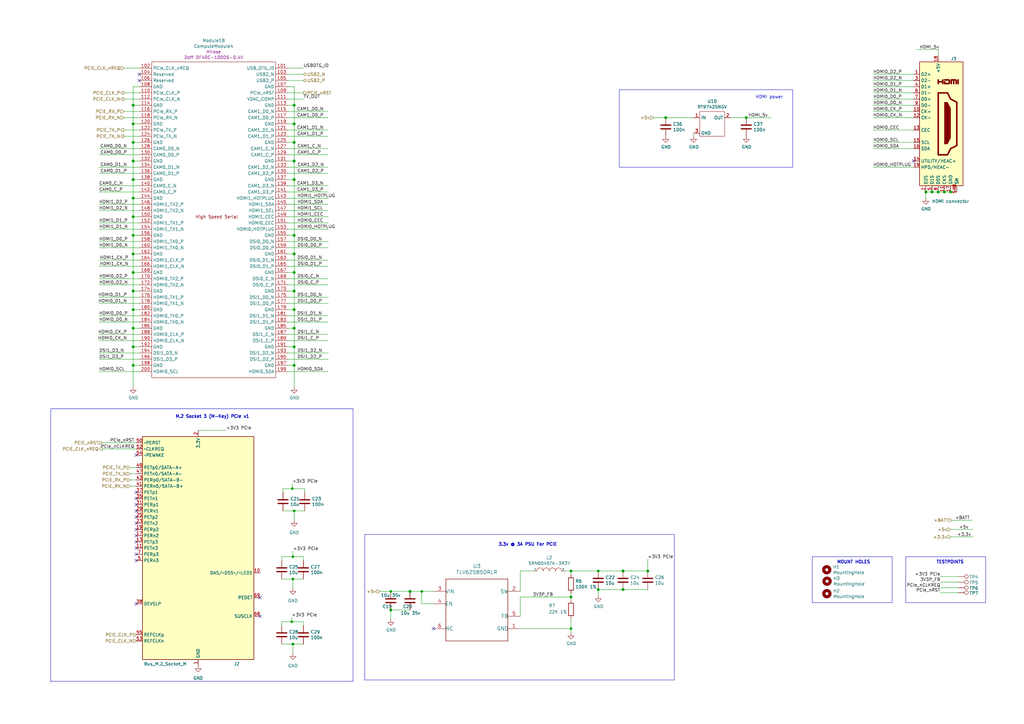
<source format=kicad_sch>
(kicad_sch (version 20230121) (generator eeschema)
  (paper "A3")
  (junction (at 387.35 78.74) (diameter 1.016))
  (junction (at 54.61 96.52) (diameter 1.016))
  (junction (at 120.65 127) (diameter 1.016))
  (junction (at 339.598 -135.89) (diameter 1.016))
  (junction (at 355.6 -83.82) (diameter 1.016))
  (junction (at 120.65 104.14) (diameter 1.016))
  (junction (at 119.888 200.406) (diameter 0.9144))
  (junction (at 234.188 257.81) (diameter 0.9144))
  (junction (at 54.61 142.24) (diameter 1.016))
  (junction (at 54.61 127) (diameter 1.016))
  (junction (at 255.524 241.808) (diameter 1.016))
  (junction (at 234.188 244.856) (diameter 0.9144))
  (junction (at 245.364 234.188) (diameter 0.9144))
  (junction (at 54.61 81.28) (diameter 1.016))
  (junction (at 373.38 -71.12) (diameter 1.016))
  (junction (at 120.142 264.16) (diameter 0.9144))
  (junction (at 355.6 -71.12) (diameter 1.016))
  (junction (at 119.634 255.016) (diameter 0.9144))
  (junction (at 54.61 73.66) (diameter 1.016))
  (junction (at 120.65 66.04) (diameter 1.016))
  (junction (at 382.27 78.74) (diameter 1.016))
  (junction (at 330.2 -83.82) (diameter 1.016))
  (junction (at 54.61 134.62) (diameter 1.016))
  (junction (at 54.61 58.42) (diameter 1.016))
  (junction (at 54.61 88.9) (diameter 1.016))
  (junction (at 245.364 241.808) (diameter 1.016))
  (junction (at 120.65 142.24) (diameter 1.016))
  (junction (at 54.61 111.76) (diameter 1.016))
  (junction (at 120.142 237.49) (diameter 0.9144))
  (junction (at 273.05 48.26) (diameter 1.016))
  (junction (at 120.65 111.76) (diameter 1.016))
  (junction (at 120.65 58.42) (diameter 1.016))
  (junction (at 234.188 234.188) (diameter 0.9144))
  (junction (at 54.61 119.38) (diameter 1.016))
  (junction (at 255.524 234.188) (diameter 1.016))
  (junction (at 120.65 43.18) (diameter 1.016))
  (junction (at 384.81 78.74) (diameter 1.016))
  (junction (at 120.65 209.55) (diameter 0.9144))
  (junction (at 389.89 78.74) (diameter 1.016))
  (junction (at 120.65 134.62) (diameter 1.016))
  (junction (at 120.65 96.52) (diameter 1.016))
  (junction (at 160.274 250.19) (diameter 1.016))
  (junction (at 265.684 234.188) (diameter 1.016))
  (junction (at 373.38 -83.82) (diameter 1.016))
  (junction (at 168.148 242.57) (diameter 1.016))
  (junction (at 54.61 66.04) (diameter 1.016))
  (junction (at 120.65 119.38) (diameter 1.016))
  (junction (at 54.61 50.8) (diameter 1.016))
  (junction (at 160.274 242.57) (diameter 0.9144))
  (junction (at 120.142 228.346) (diameter 0.9144))
  (junction (at 172.974 242.57) (diameter 0.9144))
  (junction (at 54.61 43.18) (diameter 1.016))
  (junction (at 120.65 149.86) (diameter 1.016))
  (junction (at 54.61 149.86) (diameter 1.016))
  (junction (at 120.65 73.66) (diameter 1.016))
  (junction (at 54.61 104.14) (diameter 1.016))
  (junction (at 379.73 78.74) (diameter 1.016))
  (junction (at 306.07 48.26) (diameter 1.016))
  (junction (at 120.65 50.8) (diameter 1.016))
  (no_connect (at 55.88 186.69))
  (no_connect (at 55.88 201.93))
  (no_connect (at 55.88 209.55))
  (no_connect (at 55.88 212.09))
  (no_connect (at 57.15 30.48))
  (no_connect (at 55.88 204.47))
  (no_connect (at 55.88 214.63))
  (no_connect (at 177.8 257.81))
  (no_connect (at 57.15 33.02))
  (no_connect (at 55.88 219.71))
  (no_connect (at 106.68 252.73))
  (no_connect (at 55.88 217.17))
  (no_connect (at 55.88 222.25))
  (no_connect (at 55.88 227.33))
  (no_connect (at 55.88 224.79))
  (no_connect (at 55.88 229.87))
  (no_connect (at 106.68 245.11))
  (no_connect (at 55.88 247.65))
  (no_connect (at 55.88 207.01))
  (no_connect (at 374.65 66.04))
  (wire (pts (xy 273.05 48.26) (xy 284.48 48.26)))
  (wire (pts (xy 50.8 38.1) (xy 57.15 38.1)))
  (wire (pts (xy 118.11 119.38) (xy 120.65 119.38)))
  (wire (pts (xy 118.11 86.36) (xy 134.62 86.36)))
  (wire (pts (xy 213.36 234.188) (xy 218.948 234.188)))
  (wire (pts (xy 234.188 234.188) (xy 234.188 235.712)))
  (polyline (pts (xy 404.241 228.346) (xy 404.241 247.142)) (stroke (width 0.1524) (type solid)))
  (polyline (pts (xy 404.241 247.142) (xy 371.475 247.142)) (stroke (width 0.1524) (type solid)))
  (wire (pts (xy 118.11 149.86) (xy 120.65 149.86)))
  (wire (pts (xy 355.6 -83.82) (xy 355.6 -82.55)))
  (wire (pts (xy 54.61 119.38) (xy 54.61 127)))
  (polyline (pts (xy 276.606 278.892) (xy 149.606 278.892)) (stroke (width 0) (type solid)))
  (wire (pts (xy 358.14 48.26) (xy 374.65 48.26)))
  (wire (pts (xy 118.11 71.12) (xy 134.62 71.12)))
  (wire (pts (xy 284.48 54.61) (xy 284.48 55.88)))
  (wire (pts (xy 118.11 111.76) (xy 120.65 111.76)))
  (wire (pts (xy 40.64 91.44) (xy 57.15 91.44)))
  (wire (pts (xy 115.57 256.54) (xy 115.57 255.016)))
  (wire (pts (xy 54.61 88.9) (xy 54.61 96.52)))
  (wire (pts (xy 120.65 73.66) (xy 120.65 96.52)))
  (wire (pts (xy 385.699 236.474) (xy 393.065 236.474)))
  (wire (pts (xy 134.62 99.06) (xy 118.11 99.06)))
  (wire (pts (xy 134.62 48.26) (xy 118.11 48.26)))
  (wire (pts (xy 120.65 43.18) (xy 120.65 35.56)))
  (wire (pts (xy 120.65 96.52) (xy 120.65 104.14)))
  (wire (pts (xy 368.3 -71.12) (xy 373.38 -71.12)))
  (wire (pts (xy 120.65 209.55) (xy 120.65 213.36)))
  (wire (pts (xy 50.8 27.94) (xy 57.15 27.94)))
  (wire (pts (xy 379.73 78.74) (xy 379.73 81.28)))
  (wire (pts (xy 57.15 48.26) (xy 50.8 48.26)))
  (wire (pts (xy 120.65 58.42) (xy 120.65 50.8)))
  (wire (pts (xy 57.15 109.22) (xy 40.64 109.22)))
  (wire (pts (xy 118.11 109.22) (xy 134.62 109.22)))
  (wire (pts (xy 245.364 241.808) (xy 245.364 244.348)))
  (polyline (pts (xy 20.828 167.64) (xy 144.78 167.64)) (stroke (width 0.1524) (type solid)))
  (wire (pts (xy 120.65 35.56) (xy 118.11 35.56)))
  (wire (pts (xy 118.11 83.82) (xy 134.62 83.82)))
  (wire (pts (xy 213.36 244.856) (xy 234.188 244.856)))
  (wire (pts (xy 118.11 43.18) (xy 120.65 43.18)))
  (wire (pts (xy 118.11 60.96) (xy 134.62 60.96)))
  (wire (pts (xy 119.888 200.406) (xy 124.968 200.406)))
  (wire (pts (xy 120.65 142.24) (xy 120.65 149.86)))
  (wire (pts (xy 339.598 -135.89) (xy 373.38 -135.89)))
  (wire (pts (xy 54.61 104.14) (xy 57.15 104.14)))
  (wire (pts (xy 57.15 60.96) (xy 40.64 60.96)))
  (wire (pts (xy 393.7 -71.12) (xy 412.75 -71.12)))
  (wire (pts (xy 118.11 116.84) (xy 134.62 116.84)))
  (wire (pts (xy 120.65 119.38) (xy 120.65 127)))
  (wire (pts (xy 231.648 234.188) (xy 234.188 234.188)))
  (wire (pts (xy 339.598 -135.89) (xy 339.598 -134.5946)))
  (wire (pts (xy 358.14 30.48) (xy 374.65 30.48)))
  (wire (pts (xy 40.64 144.78) (xy 57.15 144.78)))
  (wire (pts (xy 54.61 66.04) (xy 57.15 66.04)))
  (wire (pts (xy 160.274 250.19) (xy 168.148 250.19)))
  (wire (pts (xy 358.14 60.96) (xy 374.65 60.96)))
  (wire (pts (xy 234.188 253.746) (xy 234.188 257.81)))
  (wire (pts (xy 118.11 38.1) (xy 124.46 38.1)))
  (wire (pts (xy 115.57 228.346) (xy 120.142 228.346)))
  (wire (pts (xy 213.36 257.81) (xy 234.188 257.81)))
  (wire (pts (xy 118.11 68.58) (xy 134.62 68.58)))
  (wire (pts (xy 54.61 127) (xy 57.15 127)))
  (wire (pts (xy 134.62 45.72) (xy 118.11 45.72)))
  (wire (pts (xy 391.16 -130.81) (xy 383.54 -130.81)))
  (wire (pts (xy 40.64 99.06) (xy 57.15 99.06)))
  (wire (pts (xy 57.15 71.12) (xy 40.64 71.12)))
  (wire (pts (xy 40.64 147.32) (xy 57.15 147.32)))
  (wire (pts (xy 373.38 -71.12) (xy 373.38 -74.93)))
  (wire (pts (xy 54.61 73.66) (xy 57.15 73.66)))
  (wire (pts (xy 134.62 55.88) (xy 118.11 55.88)))
  (polyline (pts (xy 365.887 228.346) (xy 333.121 228.346)) (stroke (width 0) (type solid)))
  (wire (pts (xy 330.2 -82.55) (xy 330.2 -83.82)))
  (wire (pts (xy 213.36 242.57) (xy 213.36 234.188)))
  (wire (pts (xy 118.11 96.52) (xy 120.65 96.52)))
  (wire (pts (xy 118.11 50.8) (xy 120.65 50.8)))
  (wire (pts (xy 120.65 111.76) (xy 120.65 119.38)))
  (wire (pts (xy 40.64 101.6) (xy 57.15 101.6)))
  (wire (pts (xy 389.89 217.17) (xy 399.034 217.17)))
  (wire (pts (xy 234.188 234.188) (xy 245.364 234.188)))
  (wire (pts (xy 54.61 127) (xy 54.61 134.62)))
  (wire (pts (xy 358.14 45.72) (xy 374.65 45.72)))
  (wire (pts (xy 118.11 63.5) (xy 134.62 63.5)))
  (wire (pts (xy 134.62 78.74) (xy 118.11 78.74)))
  (polyline (pts (xy 365.887 228.346) (xy 365.887 247.142)) (stroke (width 0.1524) (type solid)))
  (wire (pts (xy 172.974 247.65) (xy 172.974 242.57)))
  (wire (pts (xy 54.61 43.18) (xy 57.15 43.18)))
  (wire (pts (xy 379.73 78.74) (xy 382.27 78.74)))
  (wire (pts (xy 382.27 78.74) (xy 384.81 78.74)))
  (wire (pts (xy 118.11 139.7) (xy 134.62 139.7)))
  (wire (pts (xy 115.57 264.16) (xy 120.142 264.16)))
  (wire (pts (xy 120.65 209.55) (xy 124.968 209.55)))
  (wire (pts (xy 118.11 152.4) (xy 134.62 152.4)))
  (wire (pts (xy 54.61 50.8) (xy 54.61 58.42)))
  (wire (pts (xy 116.078 200.406) (xy 119.888 200.406)))
  (wire (pts (xy 54.61 66.04) (xy 54.61 73.66)))
  (wire (pts (xy 119.888 198.374) (xy 119.888 200.406)))
  (wire (pts (xy 50.8 55.88) (xy 57.15 55.88)))
  (wire (pts (xy 134.62 129.54) (xy 118.11 129.54)))
  (wire (pts (xy 120.65 50.8) (xy 120.65 43.18)))
  (wire (pts (xy 373.38 -71.12) (xy 379.73 -71.12)))
  (wire (pts (xy 255.524 241.808) (xy 245.364 241.808)))
  (wire (pts (xy 54.61 88.9) (xy 57.15 88.9)))
  (wire (pts (xy 385.699 241.046) (xy 393.065 241.046)))
  (wire (pts (xy 120.142 264.16) (xy 124.46 264.16)))
  (wire (pts (xy 383.54 -120.65) (xy 400.05 -120.65)))
  (wire (pts (xy 134.62 121.92) (xy 118.11 121.92)))
  (wire (pts (xy 355.6 -71.12) (xy 355.6 -74.93)))
  (wire (pts (xy 54.61 111.76) (xy 54.61 119.38)))
  (polyline (pts (xy 311.15 -34.29) (xy 434.34 -34.29)) (stroke (width 0) (type dash)))
  (wire (pts (xy 358.14 53.34) (xy 374.65 53.34)))
  (wire (pts (xy 384.81 78.74) (xy 387.35 78.74)))
  (wire (pts (xy 41.91 181.61) (xy 55.88 181.61)))
  (wire (pts (xy 321.31 -83.82) (xy 330.2 -83.82)))
  (wire (pts (xy 245.364 234.188) (xy 255.524 234.188)))
  (polyline (pts (xy 311.15 -142.24) (xy 311.15 -34.29)) (stroke (width 0) (type dash)))
  (wire (pts (xy 134.62 124.46) (xy 118.11 124.46)))
  (wire (pts (xy 50.8 53.34) (xy 57.15 53.34)))
  (wire (pts (xy 385.699 238.76) (xy 393.065 238.76)))
  (wire (pts (xy 120.142 264.16) (xy 120.142 267.97)))
  (wire (pts (xy 57.15 142.24) (xy 54.61 142.24)))
  (wire (pts (xy 120.142 237.49) (xy 120.142 241.3)))
  (wire (pts (xy 389.89 220.218) (xy 399.034 220.218)))
  (wire (pts (xy 54.61 96.52) (xy 54.61 104.14)))
  (wire (pts (xy 40.64 86.36) (xy 57.15 86.36)))
  (wire (pts (xy 349.758 -130.81) (xy 349.758 -128.778)))
  (wire (pts (xy 267.97 48.26) (xy 273.05 48.26)))
  (wire (pts (xy 115.57 255.016) (xy 119.634 255.016)))
  (wire (pts (xy 57.15 137.16) (xy 40.64 137.16)))
  (wire (pts (xy 124.46 27.94) (xy 118.11 27.94)))
  (wire (pts (xy 54.61 134.62) (xy 57.15 134.62)))
  (wire (pts (xy 160.274 242.57) (xy 168.148 242.57)))
  (wire (pts (xy 373.38 -115.57) (xy 373.38 -107.95)))
  (wire (pts (xy 265.684 241.808) (xy 255.524 241.808)))
  (polyline (pts (xy 144.78 279.4) (xy 144.78 167.64)) (stroke (width 0.1524) (type solid)))
  (wire (pts (xy 54.61 35.56) (xy 54.61 43.18)))
  (wire (pts (xy 54.61 81.28) (xy 57.15 81.28)))
  (wire (pts (xy 57.15 63.5) (xy 40.64 63.5)))
  (wire (pts (xy 155.702 242.57) (xy 160.274 242.57)))
  (wire (pts (xy 330.2 -83.82) (xy 355.6 -83.82)))
  (wire (pts (xy 118.11 73.66) (xy 120.65 73.66)))
  (wire (pts (xy 40.64 83.82) (xy 57.15 83.82)))
  (wire (pts (xy 373.38 -83.82) (xy 387.35 -83.82)))
  (wire (pts (xy 337.82 -71.12) (xy 355.6 -71.12)))
  (wire (pts (xy 299.72 48.26) (xy 306.07 48.26)))
  (wire (pts (xy 118.11 93.98) (xy 134.62 93.98)))
  (polyline (pts (xy 276.606 219.202) (xy 276.606 278.892)) (stroke (width 0) (type solid)))
  (wire (pts (xy 118.11 144.78) (xy 134.62 144.78)))
  (wire (pts (xy 57.15 139.7) (xy 40.64 139.7)))
  (polyline (pts (xy 149.606 219.202) (xy 276.606 219.202)) (stroke (width 0) (type solid)))
  (wire (pts (xy 118.11 106.68) (xy 134.62 106.68)))
  (wire (pts (xy 57.15 45.72) (xy 50.8 45.72)))
  (wire (pts (xy 40.64 78.74) (xy 57.15 78.74)))
  (wire (pts (xy 355.6 -83.82) (xy 373.38 -83.82)))
  (polyline (pts (xy 20.828 167.894) (xy 20.828 279.654)) (stroke (width 0.1524) (type solid)))
  (wire (pts (xy 40.64 132.08) (xy 57.15 132.08)))
  (wire (pts (xy 363.22 -120.65) (xy 349.758 -120.65)))
  (wire (pts (xy 118.11 81.28) (xy 134.62 81.28)))
  (wire (pts (xy 234.188 243.332) (xy 234.188 244.856)))
  (wire (pts (xy 81.28 176.53) (xy 92.71 176.53)))
  (wire (pts (xy 358.14 68.58) (xy 374.65 68.58)))
  (wire (pts (xy 54.61 50.8) (xy 57.15 50.8)))
  (wire (pts (xy 50.8 40.64) (xy 57.15 40.64)))
  (wire (pts (xy 40.64 129.54) (xy 57.15 129.54)))
  (wire (pts (xy 255.524 234.188) (xy 265.684 234.188)))
  (wire (pts (xy 54.61 73.66) (xy 54.61 81.28)))
  (wire (pts (xy 53.34 194.31) (xy 55.88 194.31)))
  (wire (pts (xy 172.974 242.57) (xy 177.8 242.57)))
  (wire (pts (xy 120.142 226.06) (xy 120.142 228.346)))
  (wire (pts (xy 53.34 191.77) (xy 55.88 191.77)))
  (wire (pts (xy 118.11 88.9) (xy 134.62 88.9)))
  (wire (pts (xy 349.758 -120.65) (xy 349.758 -123.698)))
  (wire (pts (xy 358.14 58.42) (xy 374.65 58.42)))
  (wire (pts (xy 134.62 76.2) (xy 118.11 76.2)))
  (wire (pts (xy 120.65 127) (xy 120.65 134.62)))
  (wire (pts (xy 387.35 -83.82) (xy 387.35 -73.66)))
  (wire (pts (xy 118.11 142.24) (xy 120.65 142.24)))
  (wire (pts (xy 124.46 228.346) (xy 124.46 229.87)))
  (wire (pts (xy 124.46 255.016) (xy 124.46 256.54)))
  (wire (pts (xy 120.65 104.14) (xy 120.65 111.76)))
  (wire (pts (xy 358.14 35.56) (xy 374.65 35.56)))
  (wire (pts (xy 134.62 132.08) (xy 118.11 132.08)))
  (wire (pts (xy 40.64 152.4) (xy 57.15 152.4)))
  (wire (pts (xy 54.61 43.18) (xy 54.61 50.8)))
  (wire (pts (xy 119.634 253.238) (xy 119.634 255.016)))
  (wire (pts (xy 118.11 147.32) (xy 134.62 147.32)))
  (wire (pts (xy 118.11 66.04) (xy 120.65 66.04)))
  (wire (pts (xy 134.62 53.34) (xy 118.11 53.34)))
  (wire (pts (xy 54.61 104.14) (xy 54.61 111.76)))
  (wire (pts (xy 387.35 78.74) (xy 389.89 78.74)))
  (wire (pts (xy 118.11 58.42) (xy 120.65 58.42)))
  (wire (pts (xy 118.11 134.62) (xy 120.65 134.62)))
  (wire (pts (xy 118.11 114.3) (xy 134.62 114.3)))
  (wire (pts (xy 53.34 199.39) (xy 55.88 199.39)))
  (wire (pts (xy 40.64 76.2) (xy 57.15 76.2)))
  (wire (pts (xy 118.11 104.14) (xy 120.65 104.14)))
  (wire (pts (xy 54.61 58.42) (xy 57.15 58.42)))
  (wire (pts (xy 124.968 200.406) (xy 124.968 201.93)))
  (wire (pts (xy 116.078 209.55) (xy 120.65 209.55)))
  (wire (pts (xy 358.14 38.1) (xy 374.65 38.1)))
  (wire (pts (xy 134.62 101.6) (xy 118.11 101.6)))
  (wire (pts (xy 375.92 20.32) (xy 384.81 20.32)))
  (wire (pts (xy 355.6 -71.12) (xy 360.68 -71.12)))
  (wire (pts (xy 54.61 111.76) (xy 57.15 111.76)))
  (wire (pts (xy 389.89 78.74) (xy 392.43 78.74)))
  (wire (pts (xy 54.61 119.38) (xy 57.15 119.38)))
  (wire (pts (xy 54.61 149.86) (xy 54.61 158.75)))
  (wire (pts (xy 41.91 184.15) (xy 55.88 184.15)))
  (wire (pts (xy 213.36 252.73) (xy 213.36 244.856)))
  (polyline (pts (xy 333.121 247.142) (xy 333.121 228.346)) (stroke (width 0.1524) (type solid)))
  (wire (pts (xy 118.11 40.64) (xy 124.46 40.64)))
  (wire (pts (xy 358.14 40.64) (xy 374.65 40.64)))
  (wire (pts (xy 40.64 93.98) (xy 57.15 93.98)))
  (wire (pts (xy 57.15 121.92) (xy 40.64 121.92)))
  (wire (pts (xy 177.8 247.65) (xy 172.974 247.65)))
  (wire (pts (xy 115.57 229.87) (xy 115.57 228.346)))
  (wire (pts (xy 118.11 30.48) (xy 124.46 30.48)))
  (wire (pts (xy 335.28 -135.89) (xy 339.598 -135.89)))
  (polyline (pts (xy 365.887 247.142) (xy 333.121 247.142)) (stroke (width 0.1524) (type solid)))
  (wire (pts (xy 40.64 114.3) (xy 57.15 114.3)))
  (wire (pts (xy 119.634 255.016) (xy 124.46 255.016)))
  (wire (pts (xy 160.274 250.19) (xy 160.274 254)))
  (wire (pts (xy 57.15 35.56) (xy 54.61 35.56)))
  (wire (pts (xy 118.11 127) (xy 120.65 127)))
  (wire (pts (xy 57.15 106.68) (xy 40.64 106.68)))
  (wire (pts (xy 54.61 134.62) (xy 54.61 142.24)))
  (wire (pts (xy 118.11 33.02) (xy 124.46 33.02)))
  (polyline (pts (xy 434.34 -142.24) (xy 311.15 -142.24)) (stroke (width 0) (type dash)))
  (wire (pts (xy 57.15 68.58) (xy 40.64 68.58)))
  (wire (pts (xy 54.61 96.52) (xy 57.15 96.52)))
  (wire (pts (xy 387.35 -68.58) (xy 387.35 -62.23)))
  (polyline (pts (xy 149.606 219.202) (xy 149.606 278.892)) (stroke (width 0) (type solid)))
  (wire (pts (xy 40.64 116.84) (xy 57.15 116.84)))
  (polyline (pts (xy 371.475 247.142) (xy 371.475 228.346)) (stroke (width 0.1524) (type solid)))
  (wire (pts (xy 390.398 213.36) (xy 398.78 213.36)))
  (wire (pts (xy 54.61 58.42) (xy 54.61 66.04)))
  (wire (pts (xy 120.65 134.62) (xy 120.65 142.24)))
  (wire (pts (xy 54.61 81.28) (xy 54.61 88.9)))
  (wire (pts (xy 54.61 142.24) (xy 54.61 149.86)))
  (wire (pts (xy 115.57 237.49) (xy 120.142 237.49)))
  (wire (pts (xy 120.142 237.49) (xy 124.46 237.49)))
  (wire (pts (xy 120.65 66.04) (xy 120.65 58.42)))
  (wire (pts (xy 120.65 149.86) (xy 120.65 158.75)))
  (polyline (pts (xy 434.34 -34.29) (xy 434.34 -142.24)) (stroke (width 0) (type dash)))
  (wire (pts (xy 120.142 228.346) (xy 124.46 228.346)))
  (wire (pts (xy 349.758 -130.81) (xy 363.22 -130.81)))
  (wire (pts (xy 373.38 -83.82) (xy 373.38 -82.55)))
  (wire (pts (xy 57.15 124.46) (xy 40.64 124.46)))
  (wire (pts (xy 234.188 244.856) (xy 234.188 246.126)))
  (wire (pts (xy 53.34 196.85) (xy 55.88 196.85)))
  (wire (pts (xy 384.81 20.32) (xy 384.81 22.86)))
  (polyline (pts (xy 20.828 279.4) (xy 144.78 279.4)) (stroke (width 0.1524) (type solid)))
  (polyline (pts (xy 404.241 228.346) (xy 371.475 228.346)) (stroke (width 0) (type solid)))
  (wire (pts (xy 118.11 91.44) (xy 134.62 91.44)))
  (wire (pts (xy 118.11 137.16) (xy 134.62 137.16)))
  (wire (pts (xy 358.14 33.02) (xy 374.65 33.02)))
  (wire (pts (xy 306.07 48.26) (xy 316.23 48.26)))
  (wire (pts (xy 116.078 201.93) (xy 116.078 200.406)))
  (wire (pts (xy 265.684 234.188) (xy 265.684 229.362)))
  (wire (pts (xy 385.699 243.078) (xy 393.065 243.078)))
  (wire (pts (xy 391.16 -128.27) (xy 383.54 -128.27)))
  (wire (pts (xy 168.148 242.57) (xy 172.974 242.57)))
  (wire (pts (xy 57.15 149.86) (xy 54.61 149.86)))
  (wire (pts (xy 234.188 257.81) (xy 234.188 259.588)))
  (wire (pts (xy 358.14 43.18) (xy 374.65 43.18)))
  (wire (pts (xy 120.65 73.66) (xy 120.65 66.04)))
  (rectangle (start 254 36.83) (end 325.12 68.58))
  (text "TESTPOINTS" (at 395.351 231.394 0) (effects (font (size 1.27 1.27) (thickness 0.254) bold) (justify right bottom)))
  (text "HDMI power" (at 309.88 40.64 0) (effects (font (size 1.27 1.27)) (justify left bottom)))
  (text "MOUNT HOLES" (at 356.997 231.394 0) (effects (font (size 1.27 1.27) (thickness 0.254) bold) (justify right bottom)))
  (text "The above circuit generates a pulse for\nGLOBAL_EN when nRTC_INT goes low" (at 330.2 -48.26 0) (effects (font (size 2.0066 2.0066)) (justify left bottom)))
  (text "3.3v @ 3A PSU For PCIE\n\n" (at 204.343 226.187 0) (effects (font (size 1.27 1.27) (thickness 0.254) bold) (justify left bottom)))
  (text "M.2 Socket 3 (M-Key) PCIe x1" (at 71.882 171.704 0) (effects (font (size 1.27 1.27) (thickness 0.254) bold) (justify left bottom)))
  (text "IIC address : 1010_001x" (at 380.9238 -110.5662 0) (effects (font (size 1.27 1.27)) (justify left bottom)))
  (text "GLOBAL_EN needs to be pulse low for >1mS" (at 332.74 -43.18 0) (effects (font (size 1.27 1.27)) (justify left bottom)))
  (text "RTC and RTC wakeup" (at 400.05 -137.16 0) (effects (font (size 2.0066 2.0066)) (justify left bottom)))
  (text "RTC alarms can be used to wake up the Compute module\nNB an Alarm triggering while already awake will cause a reset \nThis can be used as a watchdog reset " (at 327.66 -93.98 0) (effects (font (size 2.0066 2.0066)) (justify left bottom)))
  (label "HDMI0_SDA" (at 358.14 60.96 0))
  (label "HDMI1_D2_N" (at 40.64 86.36 0))
  (label "CAM0_D1_N" (at 52.07 68.58 180))
  (label "HDMI0_CEC" (at 358.14 53.34 0))
  (label "HDMI1_D2_P" (at 40.64 83.82 0))
  (label "HDMI0_CK_N" (at 358.14 48.26 0))
  (label "TV_OUT" (at 124.46 40.64 0))
  (label "+3V3 PCIe" (at 92.71 176.53 0))
  (label "HDMI0_CK_P" (at 358.14 45.72 0))
  (label "PCIe_nRST" (at 385.699 243.078 180))
  (label "+BATT" (at 397.764 213.36 180))
  (label "HDMI0_D2_P" (at 358.14 30.48 0))
  (label "HDMI0_SCL" (at 358.14 58.42 0))
  (label "HDMI1_CK_P" (at 52.705 106.68 180))
  (label "HDMI0_D0_N" (at 40.64 132.08 0))
  (label "CAM0_C_N" (at 40.64 76.2 0))
  (label "DSI1_D3_N" (at 40.64 144.78 0))
  (label "DSI0_C_P" (at 121.92 116.84 0))
  (label "CAM0_C_P" (at 40.64 78.74 0))
  (label "HDMI0_D2_N" (at 358.14 33.02 0))
  (label "+3V3 PCIe" (at 265.684 229.362 0))
  (label "PCIe_nCLKREQ" (at 55.118 184.15 180))
  (label "HDMI0_CEC" (at 121.92 91.44 0))
  (label "CAM1_D3_N" (at 132.715 76.2 180))
  (label "CAM1_D0_N" (at 132.715 45.72 180))
  (label "HDMI0_CK_N" (at 52.07 139.7 180))
  (label "+3V3 PCIe" (at 120.142 226.06 0))
  (label "HDMI0_D0_N" (at 358.14 43.18 0))
  (label "+5v" (at 397.256 217.17 180))
  (label "HDMI0_D1_P" (at 52.07 121.92 180))
  (label "CAM1_D0_P" (at 132.715 48.26 180))
  (label "3V3P_FB" (at 385.699 238.76 180))
  (label "CAM0_D1_P" (at 52.07 71.12 180))
  (label "CAM1_D2_P" (at 121.92 71.12 0))
  (label "+3V3 PCIe" (at 385.699 236.474 180))
  (label "HDMI0_SDA" (at 121.92 152.4 0))
  (label "DSI1_D1_P" (at 132.08 132.08 180))
  (label "HDMI_5v" (at 314.96 48.26 180))
  (label "HDMI0_D0_P" (at 40.64 129.54 0))
  (label "DSI0_D1_N" (at 121.92 106.68 0))
  (label "HDMI1_SDA" (at 121.92 83.82 0))
  (label "SCL" (at 388.62 -130.81 180))
  (label "HDMI1_CK_N" (at 52.705 109.22 180))
  (label "CAM1_D2_N" (at 121.92 68.58 0))
  (label "SDA" (at 388.62 -128.27 180))
  (label "HDMI1_SCL" (at 121.92 86.36 0))
  (label "DSI1_D1_N" (at 132.08 129.54 180))
  (label "nRTC_INT" (at 340.36 -71.12 0) (effects (font (size 2.0066 2.0066))))
  (label "HDMI1_D1_P" (at 40.64 91.44 0))
  (label "HDMI1_HOTPLUG" (at 121.92 81.28 0))
  (label "HDMI1_CEC" (at 121.92 88.9 0))
  (label "DSI1_C_P" (at 121.92 139.7 0))
  (label "HDMI0_SCL" (at 40.64 152.4 0))
  (label "HDMI0_HOTPLUG" (at 358.14 68.58 0))
  (label "DSI1_D2_N" (at 121.92 144.78 0))
  (label "HDMI1_D0_P" (at 40.64 99.06 0))
  (label "CAM1_C_P" (at 121.92 63.5 0))
  (label "CAM0_D0_P" (at 52.07 63.5 180))
  (label "+3V3 PCIe" (at 119.888 198.374 0))
  (label "DSI1_D0_P" (at 132.08 124.46 180))
  (label "CAM1_D1_P" (at 132.715 55.88 180))
  (label "HDMI0_D1_P" (at 358.14 35.56 0))
  (label "HDMI_5v" (at 377.19 20.32 0))
  (label "PCIe_nCLKREQ" (at 385.699 241.046 180))
  (label "DSI0_C_N" (at 121.92 114.3 0))
  (label "+5v" (at 322.58 -83.82 0) (effects (font (size 2.0066 2.0066))))
  (label "+BATT" (at 336.296 -135.89 180))
  (label "USBOTG_ID" (at 124.46 27.94 0))
  (label "HDMI1_D0_N" (at 40.64 101.6 0))
  (label "HDMI0_D1_N" (at 358.14 38.1 0))
  (label "nRTC_INT" (at 386.08 -120.65 0))
  (label "HDMI0_D2_P" (at 40.64 114.3 0))
  (label "CAM1_C_N" (at 121.92 60.96 0))
  (label "3V3P_FB" (at 226.822 244.856 180))
  (label "+3V3 PCIe" (at 119.634 253.238 0))
  (label "DSI1_D3_P" (at 40.64 147.32 0))
  (label "DSI0_D0_P" (at 132.08 101.6 180))
  (label "+3.3v" (at 398.272 220.218 180))
  (label "DSI1_D2_P" (at 121.92 147.32 0))
  (label "CAM0_D0_N" (at 52.07 60.96 180))
  (label "HDMI0_HOTPLUG" (at 121.92 93.98 0))
  (label "HDMI1_D1_N" (at 40.64 93.98 0))
  (label "HDMI0_CK_P" (at 52.07 137.16 180))
  (label "CAM1_D1_N" (at 132.715 53.34 180))
  (label "HDMI0_D2_N" (at 40.64 116.84 0))
  (label "DSI1_D0_N" (at 132.08 121.92 180))
  (label "DSI0_D0_N" (at 132.08 99.06 180))
  (label "PCIe_nRST" (at 55.118 181.61 180))
  (label "HDMI0_D0_P" (at 358.14 40.64 0))
  (label "DSI1_C_N" (at 121.92 137.16 0))
  (label "DSI0_D1_P" (at 121.92 109.22 0))
  (label "HDMI0_D1_N" (at 52.07 124.46 180))
  (label "CAM1_D3_P" (at 132.715 78.74 180))
  (hierarchical_label "PCIE_CLK_P" (shape input) (at 55.88 260.35 180))
  (hierarchical_label "PCIE_CLK_nREQ" (shape input) (at 50.8 27.94 180))
  (hierarchical_label "+5v" (shape input) (at 389.89 217.17 180))
  (hierarchical_label "PCIE_CLK_nREQ" (shape output) (at 41.91 184.15 180))
  (hierarchical_label "PCIE_CLK_N" (shape output) (at 50.8 40.64 180))
  (hierarchical_label "PCIE_TX_N" (shape input) (at 53.34 194.31 180))
  (hierarchical_label "SDA0" (shape output) (at 391.16 -128.27 0))
  (hierarchical_label "+5v" (shape input) (at 155.702 242.57 180))
  (hierarchical_label "PCIE_CLK_P" (shape output) (at 50.8 38.1 180))
  (hierarchical_label "PCIE_RX_P" (shape input) (at 50.8 45.72 180))
  (hierarchical_label "PCIE_RX_P" (shape input) (at 53.34 196.85 180))
  (hierarchical_label "GLOBAL_EN" (shape output) (at 412.75 -71.12 0) (effects (font (size 2.0066 2.0066))))
  (hierarchical_label "PCIE_nRST" (shape input) (at 41.91 181.61 180))
  (hierarchical_label "PCIE_nRST" (shape output) (at 124.46 38.1 0))
  (hierarchical_label "+3.3v" (shape input) (at 389.89 220.218 180))
  (hierarchical_label "PCIE_RX_N" (shape input) (at 53.34 199.39 180))
  (hierarchical_label "PCIE_TX_P" (shape output) (at 50.8 53.34 180))
  (hierarchical_label "+BATT" (shape input) (at 390.398 213.36 180))
  (hierarchical_label "SCL0" (shape output) (at 391.16 -130.81 0))
  (hierarchical_label "PCIE_CLK_N" (shape input) (at 55.88 262.89 180))
  (hierarchical_label "PCIE_TX_N" (shape output) (at 50.8 55.88 180))
  (hierarchical_label "+5v" (shape input) (at 267.97 48.26 180))
  (hierarchical_label "USB2_P" (shape bidirectional) (at 124.46 33.02 0))
  (hierarchical_label "USB2_N" (shape bidirectional) (at 124.46 30.48 0))
  (hierarchical_label "PCIE_RX_N" (shape input) (at 50.8 48.26 180))
  (hierarchical_label "PCIE_TX_P" (shape input) (at 53.34 191.77 180))
  (symbol (lib_id "Device:C") (at 330.2 -78.74 0) (unit 1)
    (property "Reference" "C32" (at 333.121 -79.9084 0) (effects (justify left)))
    (property "Value" "100n" (at 333.121 -77.597 0) (effects (justify left)))
    (property "Footprint" "Capacitor_SMD:C_0402_1005Metric" (effects hide))
    (property "Datasheet" "https://search.murata.co.jp/Ceramy/image/img/A01X/G101/ENG/GRM155R71C104KA88-01.pdf" (effects hide))
    (property "Field4" "Farnell" (effects hide))
    (property "Field5" "2611911" (effects hide))
    (property "Field6" "RM EMK105 B7104KV-F" (effects hide))
    (property "Field7" "TAIYO YUDEN EUROPE GMBH" (effects hide))
    (property "Part Description" "	0.1uF 10% 16V Ceramic Capacitor X7R 0402 (1005 Metric)" (effects hide))
    (property "Field8" "110091611" (effects hide))
    (instances (project "srvant-mk2" (path "" (reference "C32") (unit 1))) (project "srvant" (path "" (reference "C116") (unit 1))))
  )
  (symbol (lib_id "CM4IO:RT9742SNGV") (at 289.56 52.07 0) (unit 1)
    (property "Reference" "U10" (at 292.1 41.529 0))
    (property "Value" "RT9742SNGV" (at 292.1 43.8404 0))
    (property "Footprint" "Package_TO_SOT_SMD:SOT-23" (effects hide))
    (property "Datasheet" "https://www.richtek.com/assets/product_file/RT9742/DS9742-09.pdf" (effects hide))
    (property "Field4" "Farnell" (effects hide))
    (property "Field5" "2575555" (effects hide))
    (property "Field6" "RT9742SNGV" (effects hide))
    (property "Field7" "RichTek" (effects hide))
    (property "Part Description" "Power Switch/Driver 1:1 N-Channel 500mA SOT-23-3" (effects hide))
    (property "Field8" "USWI00155" (effects hide))
    (instances (project "srvant-mk2" (path "" (reference "U10") (unit 1))) (project "CM4IOv5" (path "" (reference "U12") (unit 1))))
  )
  (symbol (lib_id "CM4IO:HDMI_A_1.4") (at 384.81 50.8 0) (unit 1)
    (property "Reference" "J3" (at 389.89 24.13 0) (effects (justify left)))
    (property "Value" "HDMI connector" (at 382.27 82.55 0) (effects (justify left)))
    (property "Footprint" "footprints:HDMI-10029449-001RLF" (effects hide))
    (property "Datasheet" "https://www.tme.eu/Document/f15dffbcfad8545e17826f72d36911c8/206A-SEAN-R03.pdf" (effects hide))
    (property "Part Description" "HDMI Connector, Right Angle, 19 Contacts, Receptacle, Surface Mount, Surface Mount Right Angle" (effects hide))
    (property "manf#" "10029449-001RLF" (effects hide))
    (property "farnell#" "2614936" (effects hide))
    (property "rs#" "771-0094" (effects hide))
    (instances (project "srvant-mk2" (path "" (reference "J3") (unit 1))) (project "srvant" (path "" (reference "J7") (unit 1))))
  )
  (symbol (lib_id "Device:R") (at 234.188 239.522 0) (unit 1)
    (property "Reference" "R6" (at 235.966 238.3536 0) (effects (justify left)))
    (property "Value" "100K 1%" (at 235.966 240.665 0) (effects (justify left)))
    (property "Footprint" "Resistor_SMD:R_0402_1005Metric" (effects hide))
    (property "Datasheet" "https://fscdn.rohm.com/en/products/databook/datasheet/passive/resistor/chip_resistor/mcr-e.pdf" (effects hide))
    (property "Field4" "Farnell" (effects hide))
    (property "Field5" "9239375" (effects hide))
    (property "Field6" "MCR01MZPF1502" (effects hide))
    (property "Field7" "Rohm" (effects hide))
    (property "Part Description" "Resistor 100K M1005 1% 63mW" (effects hide))
    (property "Field8" "120891581" (effects hide))
    (instances (project "srvant-mk2" (path "" (reference "R6") (unit 1))) (project "srvant" (path "" (reference "R53") (unit 1))))
  )
  (symbol (lib_id "power:GND") (at 160.274 254 0) (unit 1)
    (property "Reference" "#PWR09" (effects hide))
    (property "Value" "GND" (at 160.401 258.3942 0))
    (instances (project "srvant-mk2" (path "" (reference "#PWR09") (unit 1))) (project "srvant" (path "" (reference "#PWR0132") (unit 1))))
  )
  (symbol (lib_id "Device:C") (at 364.49 -71.12 270) (unit 1)
    (property "Reference" "C34" (at 365.76 -67.31 90) (effects (justify left)))
    (property "Value" "100n" (at 358.14 -67.31 90) (effects (justify left)))
    (property "Footprint" "Capacitor_SMD:C_0402_1005Metric" (effects hide))
    (property "Datasheet" "https://search.murata.co.jp/Ceramy/image/img/A01X/G101/ENG/GRM155R71C104KA88-01.pdf" (effects hide))
    (property "Field4" "Farnell" (effects hide))
    (property "Field5" "2611911" (effects hide))
    (property "Field6" "RM EMK105 B7104KV-F" (effects hide))
    (property "Field7" "TAIYO YUDEN EUROPE GMBH" (effects hide))
    (property "Part Description" "	0.1uF 10% 16V Ceramic Capacitor X7R 0402 (1005 Metric)" (effects hide))
    (property "Field8" "110091611" (effects hide))
    (instances (project "srvant-mk2" (path "" (reference "C34") (unit 1))) (project "srvant" (path "" (reference "C118") (unit 1))))
  )
  (symbol (lib_id "power:GND") (at 387.35 -62.23 0) (unit 1)
    (property "Reference" "#PWR025" (effects hide))
    (property "Value" "GND" (at 387.477 -57.8358 0))
    (instances (project "srvant-mk2" (path "" (reference "#PWR025") (unit 1))) (project "srvant" (path "" (reference "#PWR0180") (unit 1))))
  )
  (symbol (lib_id "TLV62585DRLR:TLV62585DRLR") (at 195.58 250.19 0) (unit 1)
    (property "Reference" "U3" (at 195.58 232.156 0) (effects (font (size 1.524 1.524))))
    (property "Value" "TLV62585DRLR" (at 195.58 234.696 0) (effects (font (size 1.524 1.524))))
    (property "Footprint" "TLV62585DRLR:DRL0006A" (effects hide))
    (property "Datasheet" "https://www.ti.com/lit/ds/symlink/tlv62585.pdf" (effects hide))
    (property "manf#" "TLV62585DRLR " (effects hide))
    (property "mouser#" " 595-TLV62585DRLR " (effects hide))
    (instances (project "srvant-mk2" (path "" (reference "U3") (unit 1))) (project "srvant" (path "" (reference "U18") (unit 1))))
  )
  (symbol (lib_id "Device:R") (at 355.6 -78.74 180) (unit 1)
    (property "Reference" "R9" (at 358.775 -77.47 0))
    (property "Value" "510K/1%" (at 361.315 -80.01 0))
    (property "Footprint" "Resistor_SMD:R_0402_1005Metric" (effects hide))
    (property "Datasheet" "https://fscdn.rohm.com/en/products/databook/datasheet/passive/resistor/chip_resistor/mcr-e.pdf" (effects hide))
    (property "Field4" "Farnell" (effects hide))
    (property "Field5" "1458807" (effects hide))
    (property "Field7" "Rohm" (effects hide))
    (property "Field6" "MCR01MZPF5103" (effects hide))
    (property "Part Description" "Resistor 510K M1005 1% 63mW" (effects hide))
    (instances (project "srvant-mk2" (path "" (reference "R9") (unit 1))) (project "srvant" (path "" (reference "R91") (unit 1))))
  )
  (symbol (lib_id "power:GND") (at 120.65 213.36 0) (unit 1)
    (property "Reference" "#PWR012" (effects hide))
    (property "Value" "GND" (at 120.65 218.44 0))
    (instances (project "srvant-mk2" (path "" (reference "#PWR012") (unit 1))) (project "srvant" (path "" (reference "#PWR0217") (unit 1))))
  )
  (symbol (lib_id "Connector:TestPoint") (at 393.065 243.078 270) (unit 1)
    (property "Reference" "TP7" (at 397.5862 243.2812 90) (effects (justify left)))
    (property "Value" "TestPoint" (effects hide))
    (property "Footprint" "TestPoint:TestPoint_Pad_2.0x2.0mm" (effects hide))
    (property "Field4" "nf" (effects hide))
    (property "Field5" "nf" (effects hide))
    (property "Field6" "nf" (effects hide))
    (property "Field7" "nf" (effects hide))
    (instances (project "srvant-mk2" (path "" (reference "TP7") (unit 1))) (project "srvant" (path "" (reference "TP10") (unit 1))))
  )
  (symbol (lib_id "power:GND") (at 54.61 158.75 0) (unit 1)
    (property "Reference" "#PWR020" (effects hide))
    (property "Value" "GND" (at 54.737 163.1442 0))
    (instances (project "srvant-mk2" (path "" (reference "#PWR020") (unit 1))) (project "srvant" (path "" (reference "#PWR0171") (unit 1))))
  )
  (symbol (lib_id "Connector:TestPoint") (at 393.065 238.76 270) (unit 1)
    (property "Reference" "TP5" (at 397.5862 238.9632 90) (effects (justify left)))
    (property "Value" "TestPoint" (effects hide))
    (property "Footprint" "TestPoint:TestPoint_Pad_2.0x2.0mm" (effects hide))
    (property "Field4" "nf" (effects hide))
    (property "Field5" "nf" (effects hide))
    (property "Field6" "nf" (effects hide))
    (property "Field7" "nf" (effects hide))
    (instances (project "srvant-mk2" (path "" (reference "TP5") (unit 1))) (project "srvant" (path "" (reference "TP8") (unit 1))))
  )
  (symbol (lib_id "power:GND") (at 273.05 55.88 0) (unit 1)
    (property "Reference" "#PWR033" (effects hide))
    (property "Value" "GND" (at 273.177 60.2742 0))
    (instances (project "srvant-mk2" (path "" (reference "#PWR033") (unit 1))) (project "CM4IOv5" (path "" (reference "#PWR0137") (unit 1))))
  )
  (symbol (lib_id "power:GND") (at 245.364 244.348 0) (unit 1)
    (property "Reference" "#PWR013" (effects hide))
    (property "Value" "GND" (at 245.491 248.7422 0))
    (instances (project "srvant-mk2" (path "" (reference "#PWR013") (unit 1))) (project "srvant" (path "" (reference "#PWR0183") (unit 1))))
  )
  (symbol (lib_id "Device:C") (at 115.57 233.68 0) (unit 1)
    (property "Reference" "C25" (at 118.491 232.5116 0) (effects (justify left)))
    (property "Value" "10u" (at 118.491 234.823 0) (effects (justify left)))
    (property "Footprint" "Capacitor_SMD:C_0805_2012Metric" (effects hide))
    (property "Datasheet" "https://search.murata.co.jp/Ceramy/image/img/A01X/G101/ENG/GRM21BR71A106KA73-01.pdf" (effects hide))
    (property "Field5" "490-14381-1-ND" (effects hide))
    (property "Field4" "Digikey" (effects hide))
    (property "Field6" "GRM21BR71A106KA73L" (effects hide))
    (property "Field7" "Murata" (effects hide))
    (property "Part Description" "	10uF 10% 10V Ceramic Capacitor X7R 0805 (2012 Metric)" (effects hide))
    (property "Field8" "111893011" (effects hide))
    (instances (project "srvant-mk2" (path "" (reference "C25") (unit 1))) (project "srvant" (path "" (reference "C135") (unit 1))))
  )
  (symbol (lib_id "Device:C") (at 273.05 52.07 0) (unit 1)
    (property "Reference" "C36" (at 275.971 50.9016 0) (effects (justify left)))
    (property "Value" "100n" (at 275.971 53.213 0) (effects (justify left)))
    (property "Footprint" "Capacitor_SMD:C_0402_1005Metric" (effects hide))
    (property "Datasheet" "https://search.murata.co.jp/Ceramy/image/img/A01X/G101/ENG/GRM155R71C104KA88-01.pdf" (effects hide))
    (property "Field4" "Farnell" (effects hide))
    (property "Field5" "2611911" (effects hide))
    (property "Field6" "RM EMK105 B7104KV-F" (effects hide))
    (property "Field7" "TAIYO YUDEN EUROPE GMBH" (effects hide))
    (property "Part Description" "	0.1uF 10% 16V Ceramic Capacitor X7R 0402 (1005 Metric)" (effects hide))
    (property "Field8" "110091611" (effects hide))
    (instances (project "srvant-mk2" (path "" (reference "C36") (unit 1))) (project "CM4IOv5" (path "" (reference "C12") (unit 1))))
  )
  (symbol (lib_id "Device:C") (at 168.148 246.38 0) (unit 1)
    (property "Reference" "C20" (at 165.227 248.7676 0) (effects (justify left)))
    (property "Value" "10u 35v" (at 164.3126 251.4346 0) (effects (justify left)))
    (property "Footprint" "Capacitor_SMD:C_0805_2012Metric" (effects hide))
    (property "Datasheet" "https://www.murata.com/en-global/products/productdetail.aspx?partno=GRM21BC8YA106ME11%23" (effects hide))
    (property "Field5" "490-10505-1-ND" (effects hide))
    (property "Field4" "Digikey" (effects hide))
    (property "Field6" "GRM21BC8YA106KE11L " (effects hide))
    (property "Field7" "Murata" (effects hide))
    (property "Part Description" "	10uF 10% or 20% 35V Ceramic Capacitor X6S 0805 (2012 Metric)" (effects hide))
    (instances (project "srvant-mk2" (path "" (reference "C20") (unit 1))) (project "srvant" (path "" (reference "C137") (unit 1))))
  )
  (symbol (lib_id "CM4IO:ComputeModule4-CM4") (at -52.07 88.9 0) (unit 2)
    (property "Reference" "Module1" (at 87.63 16.637 0))
    (property "Value" "ComputeModule4" (at 87.63 18.9484 0))
    (property "Footprint" "CM4IO:Raspberry-Pi-4-Compute-Module" (effects hide))
    (property "Field4" "Hirose" (at 87.63 21.2344 0))
    (property "Field5" "2off DF40C-100DS-0.4V" (at 87.63 23.5458 0))
    (property "Field6" "2off DF40C-100DS-0.4V" (effects hide))
    (property "Field7" "Hirose" (effects hide))
    (property "Part Description" "	100 Position Connector Receptacle, Center Strip Contacts Surface Mount Gold" (effects hide))
  )
  (symbol (lib_id "Connector:Bus_M.2_Socket_M") (at 81.28 224.79 0) (unit 1)
    (property "Reference" "J2" (at 97.028 272.288 0))
    (property "Value" "Bus_M.2_Socket_M" (at 67.818 272.288 0))
    (property "Footprint" "footprints:1-2199230-5" (effects hide))
    (property "Datasheet" "file:///C:/Users/gamer/AppData/Local/Temp/0900766b8173e6cb.pdf" (effects hide))
    (property "RS" "https://uk.rs-online.com/web/p/edge-connectors/2175447/" (effects hide))
    (instances (project "srvant-mk2" (path "" (reference "J2") (unit 1))) (project "srvant" (path "" (reference "J13") (unit 1))))
  )
  (symbol (lib_id "Mechanical:MountingHole") (at 339.09 233.68 0) (unit 1)
    (property "Reference" "H1" (at 341.63 232.537 0) (effects (justify left)))
    (property "Value" "MountingHole" (at 341.63 234.823 0) (effects (justify left)))
    (property "Footprint" "MountingHole:MountingHole_2.5mm_Pad_TopOnly" (effects hide))
    (property "Datasheet" "~{}" (effects hide))
    (property "Field4" "nf" (effects hide))
    (property "Field5" "nf" (effects hide))
    (property "Field6" "nf" (effects hide))
    (property "Field7" "nf" (effects hide))
    (property "Part Description" "M2.5 mounting hole" (effects hide))
    (instances (project "srvant-mk2" (path "" (reference "H1") (unit 1))) (project "srvant" (path "" (reference "H11") (unit 1))))
  )
  (symbol (lib_id "Connector:TestPoint") (at 393.065 236.474 270) (unit 1)
    (property "Reference" "TP4" (at 397.5862 236.6772 90) (effects (justify left)))
    (property "Value" "TestPoint" (effects hide))
    (property "Footprint" "TestPoint:TestPoint_Pad_1.5x1.5mm" (effects hide))
    (property "Field4" "nf" (effects hide))
    (property "Field5" "nf" (effects hide))
    (property "Field6" "nf" (effects hide))
    (property "Field7" "nf" (effects hide))
    (instances (project "srvant-mk2" (path "" (reference "TP4") (unit 1))) (project "srvant" (path "" (reference "TP7") (unit 1))))
  )
  (symbol (lib_id "Device:C") (at 339.598 -130.7846 0) (unit 1)
    (property "Reference" "C33" (at 342.519 -131.953 0) (effects (justify left)))
    (property "Value" "100n" (at 342.519 -129.6416 0) (effects (justify left)))
    (property "Footprint" "Capacitor_SMD:C_0402_1005Metric" (effects hide))
    (property "Datasheet" "https://search.murata.co.jp/Ceramy/image/img/A01X/G101/ENG/GRM155R71C104KA88-01.pdf" (effects hide))
    (property "Field4" "Farnell" (effects hide))
    (property "Field5" "2611911" (effects hide))
    (property "Field6" "RM EMK105 B7104KV-F" (effects hide))
    (property "Field7" "TAIYO YUDEN EUROPE GMBH" (effects hide))
    (property "Part Description" "	0.1uF 10% 16V Ceramic Capacitor X7R 0402 (1005 Metric)" (effects hide))
    (property "Field8" "110091611" (effects hide))
    (instances (project "srvant-mk2" (path "" (reference "C33") (unit 1))) (project "srvant" (path "" (reference "C117") (unit 1))))
  )
  (symbol (lib_id "Device:R") (at 373.38 -78.74 180) (unit 1)
    (property "Reference" "R10" (at 376.555 -77.47 0))
    (property "Value" "510K/1%" (at 379.095 -80.01 0))
    (property "Footprint" "Resistor_SMD:R_0402_1005Metric" (effects hide))
    (property "Datasheet" "https://fscdn.rohm.com/en/products/databook/datasheet/passive/resistor/chip_resistor/mcr-e.pdf" (effects hide))
    (property "Field4" "Farnell" (effects hide))
    (property "Field5" "1458807" (effects hide))
    (property "Field7" "Rohm" (effects hide))
    (property "Field6" "MCR01MZPF5103" (effects hide))
    (property "Part Description" "Resistor 510K M1005 1% 63mW" (effects hide))
    (instances (project "srvant-mk2" (path "" (reference "R10") (unit 1))) (project "srvant" (path "" (reference "R92") (unit 1))))
  )
  (symbol (lib_id "power:GND") (at 373.38 -107.95 0) (unit 1)
    (property "Reference" "#PWR024" (effects hide))
    (property "Value" "GND" (at 373.507 -103.5558 0))
    (instances (project "srvant-mk2" (path "" (reference "#PWR024") (unit 1))) (project "srvant" (path "" (reference "#PWR0181") (unit 1))))
  )
  (symbol (lib_id "Mechanical:MountingHole") (at 339.217 238.379 0) (unit 1)
    (property "Reference" "H3" (at 341.757 237.236 0) (effects (justify left)))
    (property "Value" "MountingHole" (at 341.757 239.522 0) (effects (justify left)))
    (property "Footprint" "MountingHole:MountingHole_2.5mm_Pad_TopOnly" (effects hide))
    (property "Datasheet" "~{}" (effects hide))
    (property "Field4" "nf" (effects hide))
    (property "Field5" "nf" (effects hide))
    (property "Field6" "nf" (effects hide))
    (property "Field7" "nf" (effects hide))
    (property "Part Description" "M2.5 mounting hole" (effects hide))
    (instances (project "srvant-mk2" (path "" (reference "H3") (unit 1))) (project "srvant" (path "" (reference "H10") (unit 1))))
  )
  (symbol (lib_id "power:GND") (at 234.188 259.588 0) (unit 1)
    (property "Reference" "#PWR011" (effects hide))
    (property "Value" "GND" (at 234.315 263.9822 0))
    (instances (project "srvant-mk2" (path "" (reference "#PWR011") (unit 1))) (project "srvant" (path "" (reference "#PWR0139") (unit 1))))
  )
  (symbol (lib_id "CM4IO:74LVC1G07_copy") (at 387.35 -71.12 0) (unit 1)
    (property "Reference" "U6" (at 390.525 -77.47 0))
    (property "Value" "74LVC1G07SE-7" (at 396.875 -75.565 0))
    (property "Footprint" "Package_TO_SOT_SMD:SOT-353_SC-70-5" (effects hide))
    (property "Datasheet" "https://www.diodes.com/assets/Datasheets/74LVC1G07.pdf" (effects hide))
    (property "Field4" "Farnell" (effects hide))
    (property "Field5" "2425492" (effects hide))
    (property "Field6" "74LVC1G07SE-7" (effects hide))
    (property "Field7" "Diodes" (effects hide))
    (property "Part Description" "Buffer, Non-Inverting 1 Element 1 Bit per Element Open Drain Output SOT-353" (effects hide))
    (instances (project "srvant-mk2" (path "" (reference "U6") (unit 1))) (project "srvant" (path "" (reference "U17") (unit 1))))
  )
  (symbol (lib_id "Device:C") (at 124.46 260.35 0) (unit 1)
    (property "Reference" "C29" (at 127.381 259.1816 0) (effects (justify left)))
    (property "Value" "100n" (at 127.381 261.493 0) (effects (justify left)))
    (property "Footprint" "Capacitor_SMD:C_0805_2012Metric" (effects hide))
    (property "Datasheet" "https://search.murata.co.jp/Ceramy/image/img/A01X/G101/ENG/GRM155R71C104KA88-01.pdf" (effects hide))
    (property "Field4" "Farnell" (effects hide))
    (property "Field5" "2611911" (effects hide))
    (property "Field6" "RM EMK105 B7104KV-F" (effects hide))
    (property "Field7" "TAIYO YUDEN EUROPE GMBH" (effects hide))
    (property "Part Description" "	0.1uF 10% 16V Ceramic Capacitor X7R 0402 (1005 Metric)" (effects hide))
    (property "Field8" "110091611" (effects hide))
    (instances (project "srvant-mk2" (path "" (reference "C29") (unit 1))) (project "srvant" (path "" (reference "C134") (unit 1))))
  )
  (symbol (lib_id "Device:C") (at 306.07 52.07 0) (unit 1)
    (property "Reference" "C37" (at 308.991 50.9016 0) (effects (justify left)))
    (property "Value" "100n" (at 308.991 53.213 0) (effects (justify left)))
    (property "Footprint" "Capacitor_SMD:C_0402_1005Metric" (effects hide))
    (property "Datasheet" "https://search.murata.co.jp/Ceramy/image/img/A01X/G101/ENG/GRM155R71C104KA88-01.pdf" (effects hide))
    (property "Field4" "Farnell" (effects hide))
    (property "Field5" "2611911" (effects hide))
    (property "Field6" "RM EMK105 B7104KV-F" (effects hide))
    (property "Field7" "TAIYO YUDEN EUROPE GMBH" (effects hide))
    (property "Part Description" "	0.1uF 10% 16V Ceramic Capacitor X7R 0402 (1005 Metric)" (effects hide))
    (property "Field8" "110091611" (effects hide))
    (instances (project "srvant-mk2" (path "" (reference "C37") (unit 1))) (project "CM4IOv5" (path "" (reference "C13") (unit 1))))
  )
  (symbol (lib_id "power:GND") (at 379.73 81.28 0) (unit 1)
    (property "Reference" "#PWR016" (effects hide))
    (property "Value" "GND" (at 379.857 85.6742 0))
    (instances (project "srvant-mk2" (path "" (reference "#PWR016") (unit 1))) (project "srvant" (path "" (reference "#PWR0177") (unit 1))))
  )
  (symbol (lib_id "power:GND") (at 120.142 267.97 0) (unit 1)
    (property "Reference" "#PWR015" (effects hide))
    (property "Value" "GND" (at 120.142 273.05 0))
    (instances (project "srvant-mk2" (path "" (reference "#PWR015") (unit 1))) (project "srvant" (path "" (reference "#PWR0215") (unit 1))))
  )
  (symbol (lib_id "power:GND") (at 120.142 241.3 0) (unit 1)
    (property "Reference" "#PWR014" (effects hide))
    (property "Value" "GND" (at 120.142 246.38 0))
    (instances (project "srvant-mk2" (path "" (reference "#PWR014") (unit 1))) (project "srvant" (path "" (reference "#PWR0216") (unit 1))))
  )
  (symbol (lib_id "Device:C") (at 265.684 237.998 0) (unit 1)
    (property "Reference" "C26" (at 268.605 236.8296 0) (effects (justify left)))
    (property "Value" "10u" (at 268.605 239.141 0) (effects (justify left)))
    (property "Footprint" "Capacitor_SMD:C_0805_2012Metric" (effects hide))
    (property "Datasheet" "https://search.murata.co.jp/Ceramy/image/img/A01X/G101/ENG/GRM21BR71A106KA73-01.pdf" (effects hide))
    (property "Field5" "490-14381-1-ND" (effects hide))
    (property "Field4" "Digikey" (effects hide))
    (property "Field6" "GRM21BR71A106KA73L" (effects hide))
    (property "Field7" "Murata" (effects hide))
    (property "Part Description" "	10uF 10% 10V Ceramic Capacitor X7R 0805 (2012 Metric)" (effects hide))
    (property "Field8" "111893011" (effects hide))
    (instances (project "srvant-mk2" (path "" (reference "C26") (unit 1))) (project "srvant" (path "" (reference "C140") (unit 1))))
  )
  (symbol (lib_id "pspice:INDUCTOR") (at 225.298 234.188 0) (unit 1)
    (property "Reference" "L2" (at 225.298 228.727 0))
    (property "Value" "SRN6045TA-3R3Y" (at 225.298 231.0384 0))
    (property "Footprint" "Inductor_SMD:L_Bourns_SRN6045TA" (effects hide))
    (property "Datasheet" "https://www.bourns.com/docs/Product-Datasheets/SRN6045TA.pdf" (effects hide))
    (property "Field4" "Farnell" (effects hide))
    (property "Field5" "2616889" (effects hide))
    (property "Field6" "SRN6045TA-3R3Y" (effects hide))
    (property "Field7" "Bourns" (effects hide))
    (property "Part Description" "3.3µH Semi-Shielded Wirewound Inductor 7.8A 21mOhm Nonstandard" (effects hide))
    (instances (project "srvant-mk2" (path "" (reference "L2") (unit 1))) (project "srvant" (path "" (reference "L9") (unit 1))))
  )
  (symbol (lib_id "Device:C") (at 255.524 237.998 0) (unit 1)
    (property "Reference" "C24" (at 258.445 236.8296 0) (effects (justify left)))
    (property "Value" "10u" (at 258.445 239.141 0) (effects (justify left)))
    (property "Footprint" "Capacitor_SMD:C_0805_2012Metric" (effects hide))
    (property "Datasheet" "https://search.murata.co.jp/Ceramy/image/img/A01X/G101/ENG/GRM21BR71A106KA73-01.pdf" (effects hide))
    (property "Field5" "490-14381-1-ND" (effects hide))
    (property "Field4" "Digikey" (effects hide))
    (property "Field6" "GRM21BR71A106KA73L" (effects hide))
    (property "Field7" "Murata" (effects hide))
    (property "Part Description" "	10uF 10% 10V Ceramic Capacitor X7R 0805 (2012 Metric)" (effects hide))
    (property "Field8" "111893011" (effects hide))
    (instances (project "srvant-mk2" (path "" (reference "C24") (unit 1))) (project "srvant" (path "" (reference "C139") (unit 1))))
  )
  (symbol (lib_id "power:GND") (at 306.07 55.88 0) (unit 1)
    (property "Reference" "#PWR035" (effects hide))
    (property "Value" "GND" (at 306.197 60.2742 0))
    (instances (project "srvant-mk2" (path "" (reference "#PWR035") (unit 1))) (project "CM4IOv5" (path "" (reference "#PWR0136") (unit 1))))
  )
  (symbol (lib_id "Device:Crystal_Small") (at 349.758 -126.238 90) (unit 1)
    (property "Reference" "Y1" (at 351.9932 -127.381 90) (effects (justify right)))
    (property "Value" "X32K768S301" (at 351.9932 -125.095 90) (effects (justify right)))
    (property "Footprint" "Crystal:Crystal_SMD_3215-2Pin_3.2x1.5mm" (effects hide))
    (property "Datasheet" "~{}" (effects hide))
    (property "Field6" "X32K768S301" (effects hide))
    (property "Field7" "AEL" (effects hide))
    (property "Part Description" "Crystal 32.768KHz 7pF 20pmm" (effects hide))
    (instances (project "srvant-mk2" (path "" (reference "Y1") (unit 1))) (project "srvant" (path "" (reference "Y4") (unit 1))))
  )
  (symbol (lib_id "Device:C") (at 116.078 205.74 0) (unit 1)
    (property "Reference" "C21" (at 118.999 204.5716 0) (effects (justify left)))
    (property "Value" "10u" (at 118.999 206.883 0) (effects (justify left)))
    (property "Footprint" "Capacitor_SMD:C_0805_2012Metric" (effects hide))
    (property "Datasheet" "https://search.murata.co.jp/Ceramy/image/img/A01X/G101/ENG/GRM21BR71A106KA73-01.pdf" (effects hide))
    (property "Field5" "490-14381-1-ND" (effects hide))
    (property "Field4" "Digikey" (effects hide))
    (property "Field6" "GRM21BR71A106KA73L" (effects hide))
    (property "Field7" "Murata" (effects hide))
    (property "Part Description" "	10uF 10% 10V Ceramic Capacitor X7R 0805 (2012 Metric)" (effects hide))
    (property "Field8" "111893011" (effects hide))
    (instances (project "srvant-mk2" (path "" (reference "C21") (unit 1))) (project "srvant" (path "" (reference "C12") (unit 1))))
  )
  (symbol (lib_id "Device:C") (at 124.46 233.68 0) (unit 1)
    (property "Reference" "C27" (at 127.381 232.5116 0) (effects (justify left)))
    (property "Value" "100n" (at 127.381 234.823 0) (effects (justify left)))
    (property "Footprint" "Capacitor_SMD:C_0805_2012Metric" (effects hide))
    (property "Datasheet" "https://search.murata.co.jp/Ceramy/image/img/A01X/G101/ENG/GRM155R71C104KA88-01.pdf" (effects hide))
    (property "Field4" "Farnell" (effects hide))
    (property "Field5" "2611911" (effects hide))
    (property "Field6" "RM EMK105 B7104KV-F" (effects hide))
    (property "Field7" "TAIYO YUDEN EUROPE GMBH" (effects hide))
    (property "Part Description" "	0.1uF 10% 16V Ceramic Capacitor X7R 0402 (1005 Metric)" (effects hide))
    (property "Field8" "110091611" (effects hide))
    (instances (project "srvant-mk2" (path "" (reference "C27") (unit 1))) (project "srvant" (path "" (reference "C136") (unit 1))))
  )
  (symbol (lib_id "power:GND") (at 284.48 55.88 0) (unit 1)
    (property "Reference" "#PWR034" (effects hide))
    (property "Value" "GND" (at 284.607 60.2742 0))
    (instances (project "srvant-mk2" (path "" (reference "#PWR034") (unit 1))) (project "CM4IOv5" (path "" (reference "#PWR0138") (unit 1))))
  )
  (symbol (lib_id "Device:C") (at 115.57 260.35 0) (unit 1)
    (property "Reference" "C28" (at 118.491 259.1816 0) (effects (justify left)))
    (property "Value" "10u" (at 118.491 261.493 0) (effects (justify left)))
    (property "Footprint" "Capacitor_SMD:C_0805_2012Metric" (effects hide))
    (property "Datasheet" "https://search.murata.co.jp/Ceramy/image/img/A01X/G101/ENG/GRM21BR71A106KA73-01.pdf" (effects hide))
    (property "Field5" "490-14381-1-ND" (effects hide))
    (property "Field4" "Digikey" (effects hide))
    (property "Field6" "GRM21BR71A106KA73L" (effects hide))
    (property "Field7" "Murata" (effects hide))
    (property "Part Description" "	10uF 10% 10V Ceramic Capacitor X7R 0805 (2012 Metric)" (effects hide))
    (property "Field8" "111893011" (effects hide))
    (instances (project "srvant-mk2" (path "" (reference "C28") (unit 1))) (project "srvant" (path "" (reference "C133") (unit 1))))
  )
  (symbol (lib_id "Device:R") (at 234.188 249.936 0) (unit 1)
    (property "Reference" "R7" (at 225.044 248.412 0) (effects (justify left)))
    (property "Value" "22K 1%" (at 225.044 250.952 0) (effects (justify left)))
    (property "Footprint" "Resistor_SMD:R_0402_1005Metric" (effects hide))
    (property "Datasheet" "https://fscdn.rohm.com/en/products/databook/datasheet/passive/resistor/chip_resistor/mcr-e.pdf" (effects hide))
    (property "Field4" "Farnell" (effects hide))
    (property "Field5" "9239430" (effects hide))
    (property "Field7" "KOA EUROPE GMBH" (effects hide))
    (property "Field6" "RK73G1ETQTP4702D  " (effects hide))
    (property "Part Description" "Resistor 22K M1005 1% 63mW" (effects hide))
    (property "Field8" "120892781" (effects hide))
    (instances (project "srvant-mk2" (path "" (reference "R7") (unit 1))) (project "srvant" (path "" (reference "R54") (unit 1))))
  )
  (symbol (lib_id "Device:C") (at 245.364 237.998 0) (unit 1)
    (property "Reference" "C22" (at 248.285 236.8296 0) (effects (justify left)))
    (property "Value" "10u" (at 248.285 239.141 0) (effects (justify left)))
    (property "Footprint" "Capacitor_SMD:C_0805_2012Metric" (effects hide))
    (property "Datasheet" "https://search.murata.co.jp/Ceramy/image/img/A01X/G101/ENG/GRM21BR71A106KA73-01.pdf" (effects hide))
    (property "Field5" "490-14381-1-ND" (effects hide))
    (property "Field4" "Digikey" (effects hide))
    (property "Field6" "GRM21BR71A106KA73L" (effects hide))
    (property "Field7" "Murata" (effects hide))
    (property "Part Description" "	10uF 10% 10V Ceramic Capacitor X7R 0805 (2012 Metric)" (effects hide))
    (property "Field8" "111893011" (effects hide))
    (instances (project "srvant-mk2" (path "" (reference "C22") (unit 1))) (project "srvant" (path "" (reference "C138") (unit 1))))
  )
  (symbol (lib_id "Device:C") (at 160.274 246.38 0) (unit 1)
    (property "Reference" "C19" (at 156.845 248.7676 0) (effects (justify left)))
    (property "Value" "10u 35v" (at 156.1846 244.1448 0) (effects (justify left)))
    (property "Footprint" "Capacitor_SMD:C_0805_2012Metric" (effects hide))
    (property "Datasheet" "https://www.murata.com/en-global/products/productdetail.aspx?partno=GRM21BC8YA106ME11%23" (effects hide))
    (property "Field5" "490-10505-1-ND" (effects hide))
    (property "Field4" "Digikey" (effects hide))
    (property "Field6" "GRM21BC8YA106KE11L " (effects hide))
    (property "Field7" "Murata" (effects hide))
    (property "Part Description" "	10uF 10% or 20% 35V Ceramic Capacitor X6S 0805 (2012 Metric)" (effects hide))
    (instances (project "srvant-mk2" (path "" (reference "C19") (unit 1))) (project "srvant" (path "" (reference "C96") (unit 1))))
  )
  (symbol (lib_id "Connector:TestPoint") (at 393.065 241.046 270) (unit 1)
    (property "Reference" "TP6" (at 397.5862 241.2492 90) (effects (justify left)))
    (property "Value" "TestPoint" (effects hide))
    (property "Footprint" "TestPoint:TestPoint_Pad_2.0x2.0mm" (effects hide))
    (property "Field4" "nf" (effects hide))
    (property "Field5" "nf" (effects hide))
    (property "Field6" "nf" (effects hide))
    (property "Field7" "nf" (effects hide))
    (instances (project "srvant-mk2" (path "" (reference "TP6") (unit 1))) (project "srvant" (path "" (reference "TP9") (unit 1))))
  )
  (symbol (lib_id "power:GND") (at 339.598 -126.9746 0) (unit 1)
    (property "Reference" "#PWR023" (effects hide))
    (property "Value" "GND" (at 339.725 -122.5804 0))
    (instances (project "srvant-mk2" (path "" (reference "#PWR023") (unit 1))) (project "srvant" (path "" (reference "#PWR0175") (unit 1))))
  )
  (symbol (lib_id "Timer_RTC:PCF8563T") (at 373.38 -125.73 0) (unit 1)
    (property "Reference" "U5" (at 373.38 -140.4366 0))
    (property "Value" "PCF85063AT/AAZ" (at 373.38 -138.1252 0))
    (property "Footprint" "Package_SO:SOIC-8_3.9x4.9mm_P1.27mm" (effects hide))
    (property "Datasheet" "https://www.nxp.com/docs/en/data-sheet/PCF85063A.pdf" (effects hide))
    (property "Field4" "Farnell" (effects hide))
    (property "Field5" "2890042" (effects hide))
    (property "Field7" "NXP" (effects hide))
    (property "Field6" "PCF85063AT/AAZ" (effects hide))
    (property "Part Description" "Real Time Clock (RTC) IC Clock/Calendar I²C, 2-Wire Serial 8-SOIC (0.154\", 3.90mm Width)" (effects hide))
    (instances (project "srvant-mk2" (path "" (reference "U5") (unit 1))) (project "srvant" (path "" (reference "U16") (unit 1))))
  )
  (symbol (lib_id "Device:C") (at 124.968 205.74 0) (unit 1)
    (property "Reference" "C23" (at 127.889 204.5716 0) (effects (justify left)))
    (property "Value" "100n" (at 127.889 206.883 0) (effects (justify left)))
    (property "Footprint" "Capacitor_SMD:C_0805_2012Metric" (effects hide))
    (property "Datasheet" "https://search.murata.co.jp/Ceramy/image/img/A01X/G101/ENG/GRM155R71C104KA88-01.pdf" (effects hide))
    (property "Field4" "Farnell" (effects hide))
    (property "Field5" "2611911" (effects hide))
    (property "Field6" "RM EMK105 B7104KV-F" (effects hide))
    (property "Field7" "TAIYO YUDEN EUROPE GMBH" (effects hide))
    (property "Part Description" "	0.1uF 10% 16V Ceramic Capacitor X7R 0402 (1005 Metric)" (effects hide))
    (property "Field8" "110091611" (effects hide))
    (instances (project "srvant-mk2" (path "" (reference "C23") (unit 1))) (project "srvant" (path "" (reference "C14") (unit 1))))
  )
  (symbol (lib_id "Mechanical:MountingHole") (at 339.1408 243.4844 0) (unit 1)
    (property "Reference" "H2" (at 341.6808 242.3414 0) (effects (justify left)))
    (property "Value" "MountingHole" (at 341.6808 244.6274 0) (effects (justify left)))
    (property "Footprint" "MountingHole:MountingHole_2.5mm_Pad_TopOnly" (effects hide))
    (property "Datasheet" "~{}" (effects hide))
    (property "Field4" "nf" (effects hide))
    (property "Field5" "nf" (effects hide))
    (property "Field6" "nf" (effects hide))
    (property "Field7" "nf" (effects hide))
    (property "Part Description" "M2.5 mounting hole" (effects hide))
    (instances (project "srvant-mk2" (path "" (reference "H2") (unit 1))) (project "srvant" (path "" (reference "H9") (unit 1))))
  )
  (symbol (lib_id "power:GND") (at 120.65 158.75 0) (unit 1)
    (property "Reference" "#PWR021" (effects hide))
    (property "Value" "GND" (at 120.777 163.1442 0))
    (instances (project "srvant-mk2" (path "" (reference "#PWR021") (unit 1))) (project "srvant" (path "" (reference "#PWR0178") (unit 1))))
  )
  (symbol (lib_id "power:GND") (at 81.28 273.05 0) (unit 1)
    (property "Reference" "#PWR010" (effects hide))
    (property "Value" "GND" (at 81.28 278.13 0))
    (instances (project "srvant-mk2" (path "" (reference "#PWR010") (unit 1))) (project "srvant" (path "" (reference "#PWR0193") (unit 1))))
  )
  (symbol (lib_id "power:GND") (at 330.2 -74.93 0) (unit 1)
    (property "Reference" "#PWR022" (effects hide))
    (property "Value" "GND" (at 330.327 -70.5358 0))
    (instances (project "srvant-mk2" (path "" (reference "#PWR022") (unit 1))) (project "srvant" (path "" (reference "#PWR0179") (unit 1))))
  )
)
</source>
